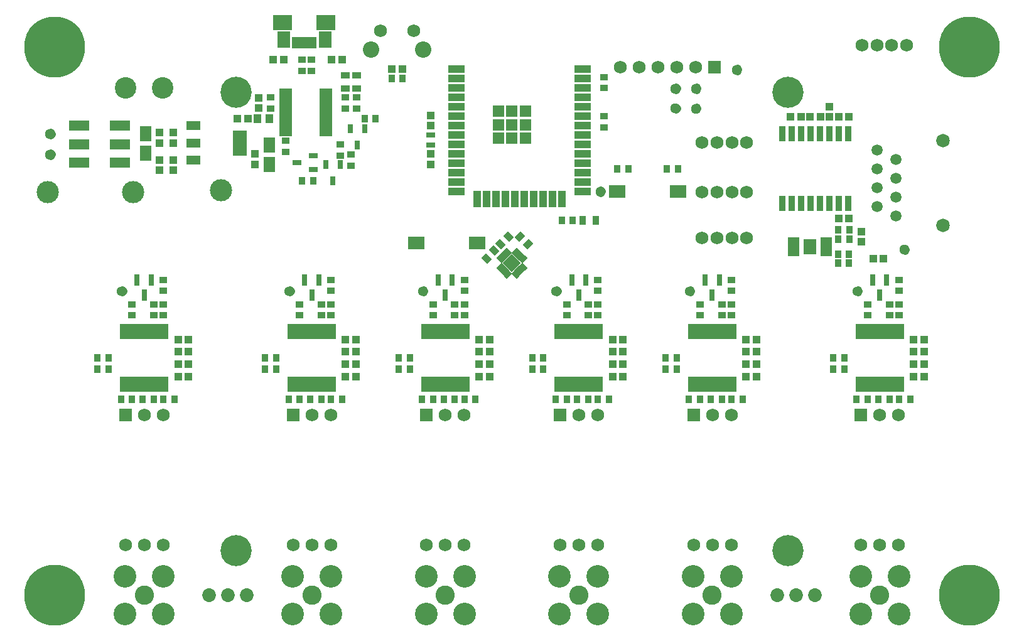
<source format=gts>
G04*
G04 #@! TF.GenerationSoftware,Altium Limited,Altium Designer,19.0.10 (269)*
G04*
G04 Layer_Color=8388736*
%FSLAX25Y25*%
%MOIN*%
G70*
G01*
G75*
%ADD55C,0.03937*%
%ADD56C,0.11800*%
%ADD57R,0.04343X0.03950*%
%ADD58R,0.03950X0.04343*%
%ADD59R,0.03359X0.08477*%
%ADD60R,0.03556X0.04343*%
%ADD61R,0.08674X0.06706*%
%ADD62R,0.06981X0.08202*%
%ADD63R,0.06312X0.01981*%
%ADD64C,0.01981*%
%ADD65R,0.04343X0.03556*%
%ADD66R,0.05131X0.03162*%
%ADD67R,0.05918X0.07887*%
%ADD68R,0.03556X0.04540*%
%ADD69R,0.04540X0.03556*%
%ADD70R,0.04147X0.04737*%
G04:AMPARAMS|DCode=71|XSize=43.43mil|YSize=35.56mil|CornerRadius=0mil|HoleSize=0mil|Usage=FLASHONLY|Rotation=135.000|XOffset=0mil|YOffset=0mil|HoleType=Round|Shape=Rectangle|*
%AMROTATEDRECTD71*
4,1,4,0.02793,-0.00278,0.00278,-0.02793,-0.02793,0.00278,-0.00278,0.02793,0.02793,-0.00278,0.0*
%
%ADD71ROTATEDRECTD71*%

G04:AMPARAMS|DCode=72|XSize=39.5mil|YSize=19.81mil|CornerRadius=0mil|HoleSize=0mil|Usage=FLASHONLY|Rotation=225.000|XOffset=0mil|YOffset=0mil|HoleType=Round|Shape=Rectangle|*
%AMROTATEDRECTD72*
4,1,4,0.00696,0.02097,0.02097,0.00696,-0.00696,-0.02097,-0.02097,-0.00696,0.00696,0.02097,0.0*
%
%ADD72ROTATEDRECTD72*%

G04:AMPARAMS|DCode=73|XSize=39.5mil|YSize=19.81mil|CornerRadius=0mil|HoleSize=0mil|Usage=FLASHONLY|Rotation=315.000|XOffset=0mil|YOffset=0mil|HoleType=Round|Shape=Rectangle|*
%AMROTATEDRECTD73*
4,1,4,-0.02097,0.00696,-0.00696,0.02097,0.02097,-0.00696,0.00696,-0.02097,-0.02097,0.00696,0.0*
%
%ADD73ROTATEDRECTD73*%

%ADD74P,0.09483X4X360.0*%
%ADD75R,0.04934X0.03162*%
%ADD76R,0.03162X0.04934*%
%ADD77R,0.02572X0.06233*%
%ADD78R,0.06607X0.09068*%
%ADD79R,0.10150X0.08280*%
%ADD80R,0.06808X0.02513*%
%ADD81R,0.10642X0.05524*%
%ADD82R,0.08674X0.04343*%
%ADD83R,0.04343X0.08674*%
%ADD84R,0.06036X0.06036*%
%ADD85R,0.03162X0.05918*%
%ADD86R,0.02572X0.07887*%
G04:AMPARAMS|DCode=87|XSize=43.43mil|YSize=35.56mil|CornerRadius=0mil|HoleSize=0mil|Usage=FLASHONLY|Rotation=225.000|XOffset=0mil|YOffset=0mil|HoleType=Round|Shape=Rectangle|*
%AMROTATEDRECTD87*
4,1,4,0.00278,0.02793,0.02793,0.00278,-0.00278,-0.02793,-0.02793,-0.00278,0.00278,0.02793,0.0*
%
%ADD87ROTATEDRECTD87*%

%ADD88R,0.07296X0.04540*%
%ADD89R,0.07296X0.13595*%
%ADD90C,0.06800*%
%ADD91C,0.08674*%
%ADD92C,0.06902*%
%ADD93C,0.05930*%
%ADD94C,0.07198*%
%ADD95C,0.11430*%
%ADD96C,0.07296*%
%ADD97C,0.12020*%
%ADD98C,0.10249*%
%ADD99R,0.06800X0.06800*%
%ADD100C,0.16548*%
%ADD101C,0.32296*%
%ADD102C,0.03162*%
D55*
X209300Y38000D02*
X208747Y38761D01*
X207853Y38470D01*
Y37530D01*
X208747Y37239D01*
X209300Y38000D01*
X-244200Y88500D02*
X-244753Y89261D01*
X-245647Y88970D01*
Y88030D01*
X-244753Y87739D01*
X-244200Y88500D01*
Y99370D02*
X-244753Y100131D01*
X-245647Y99840D01*
Y98900D01*
X-244753Y98609D01*
X-244200Y99370D01*
X120300Y133500D02*
X119747Y134261D01*
X118853Y133970D01*
Y133030D01*
X119747Y132739D01*
X120300Y133500D01*
X98623Y112879D02*
X98070Y113640D01*
X97176Y113349D01*
Y112408D01*
X98070Y112118D01*
X98623Y112879D01*
Y123500D02*
X98070Y124261D01*
X97176Y123970D01*
Y123030D01*
X98070Y122739D01*
X98623Y123500D01*
X87788D02*
X87235Y124261D01*
X86341Y123970D01*
Y123030D01*
X87235Y122739D01*
X87788Y123500D01*
X87800Y113000D02*
X87247Y113761D01*
X86353Y113470D01*
Y112530D01*
X87247Y112239D01*
X87800Y113000D01*
X47870Y68858D02*
X47317Y69619D01*
X46423Y69328D01*
Y68388D01*
X47317Y68097D01*
X47870Y68858D01*
X24469Y15949D02*
X23916Y16710D01*
X23022Y16419D01*
Y15479D01*
X23916Y15188D01*
X24469Y15949D01*
X-46397D02*
X-46950Y16710D01*
X-47844Y16419D01*
Y15479D01*
X-46950Y15188D01*
X-46397Y15949D01*
X95335D02*
X94783Y16710D01*
X93888Y16419D01*
Y15479D01*
X94783Y15188D01*
X95335Y15949D01*
X-117263D02*
X-117816Y16710D01*
X-118710Y16419D01*
Y15479D01*
X-117816Y15188D01*
X-117263Y15949D01*
X-206239D02*
X-206792Y16710D01*
X-207687Y16419D01*
Y15479D01*
X-206792Y15188D01*
X-206239Y15949D01*
X184312D02*
X183759Y16710D01*
X182865Y16419D01*
Y15479D01*
X183759Y15188D01*
X184312Y15949D01*
D56*
X-201000Y68500D02*
D03*
X-154500Y69500D02*
D03*
X-246500Y68500D02*
D03*
D57*
X185500Y47756D02*
D03*
Y42244D02*
D03*
X168500Y108500D02*
D03*
Y114012D02*
D03*
X-43000Y109370D02*
D03*
Y103858D02*
D03*
X-43000Y83346D02*
D03*
Y88858D02*
D03*
X-136500Y88894D02*
D03*
Y83382D02*
D03*
X-134500Y113244D02*
D03*
Y118756D02*
D03*
X-187248Y80177D02*
D03*
Y85689D02*
D03*
X-179915Y80177D02*
D03*
Y85689D02*
D03*
X-179797Y100256D02*
D03*
Y94744D02*
D03*
X-187130Y100256D02*
D03*
Y94744D02*
D03*
D58*
X197256Y33412D02*
D03*
X191744D02*
D03*
X173500Y108500D02*
D03*
X179012D02*
D03*
X163756D02*
D03*
X158244D02*
D03*
X153500D02*
D03*
X147988D02*
D03*
X173468Y54630D02*
D03*
X178979D02*
D03*
X-58268Y133858D02*
D03*
X-63779D02*
D03*
X-140244Y107500D02*
D03*
X-145756D02*
D03*
X-126772Y139000D02*
D03*
X-121260D02*
D03*
X-90244D02*
D03*
X-95756D02*
D03*
X124279Y-9642D02*
D03*
X129791D02*
D03*
X124279Y-16203D02*
D03*
X129791D02*
D03*
X124279Y-22765D02*
D03*
X129791D02*
D03*
X124279Y-29327D02*
D03*
X129791D02*
D03*
X-17453D02*
D03*
X-11941D02*
D03*
X-17453Y-22765D02*
D03*
X-11941D02*
D03*
X-17453Y-16203D02*
D03*
X-11941D02*
D03*
X-17453Y-9642D02*
D03*
X-11941D02*
D03*
X53413D02*
D03*
X58925D02*
D03*
X53413Y-16203D02*
D03*
X58925D02*
D03*
X53413Y-22765D02*
D03*
X58925D02*
D03*
X53413Y-29327D02*
D03*
X58925D02*
D03*
X-88319D02*
D03*
X-82807D02*
D03*
X-88319Y-22765D02*
D03*
X-82807D02*
D03*
X-88319Y-16203D02*
D03*
X-82807D02*
D03*
X-88319Y-9642D02*
D03*
X-82807D02*
D03*
X213256Y-9642D02*
D03*
X218768D02*
D03*
X213256Y-16203D02*
D03*
X218768D02*
D03*
X213256Y-22765D02*
D03*
X218768D02*
D03*
X213256Y-29327D02*
D03*
X218768D02*
D03*
X-177295Y-29327D02*
D03*
X-171783D02*
D03*
X-177295Y-16203D02*
D03*
X-171783D02*
D03*
X-177295Y-22765D02*
D03*
X-171783D02*
D03*
X-177295Y-9642D02*
D03*
X-171783D02*
D03*
D59*
X178500Y99705D02*
D03*
X173500D02*
D03*
X168500D02*
D03*
X163500D02*
D03*
X158500D02*
D03*
X153500D02*
D03*
X148500D02*
D03*
X143500D02*
D03*
Y62500D02*
D03*
X148500D02*
D03*
X153500D02*
D03*
X158500D02*
D03*
X163500D02*
D03*
X168500D02*
D03*
X173500D02*
D03*
X178500D02*
D03*
D60*
X173271Y43640D02*
D03*
X179176D02*
D03*
X173047Y35766D02*
D03*
X178953D02*
D03*
X173271Y48500D02*
D03*
X179176D02*
D03*
X178953Y30796D02*
D03*
X173047D02*
D03*
X-58071Y128858D02*
D03*
X-63976D02*
D03*
X61764Y81000D02*
D03*
X55858D02*
D03*
X88142D02*
D03*
X82236D02*
D03*
X32342Y53500D02*
D03*
X26437D02*
D03*
X-78260Y107500D02*
D03*
X-72354D02*
D03*
X-111406Y74500D02*
D03*
X-105500D02*
D03*
X29035Y-41339D02*
D03*
X23130D02*
D03*
X10717Y-19484D02*
D03*
X16622D02*
D03*
X16622Y-25390D02*
D03*
X10717D02*
D03*
X34618Y-41339D02*
D03*
X40524D02*
D03*
X51524Y-41339D02*
D03*
X45618D02*
D03*
X-60150Y-19484D02*
D03*
X-54244D02*
D03*
X-41831Y-41339D02*
D03*
X-47736D02*
D03*
X-54244Y-25390D02*
D03*
X-60150D02*
D03*
X-19342Y-41339D02*
D03*
X-25248D02*
D03*
X-36248Y-41339D02*
D03*
X-30343D02*
D03*
X-131016Y-19484D02*
D03*
X-125110D02*
D03*
X-125110Y-25390D02*
D03*
X-131016D02*
D03*
X81583Y-19484D02*
D03*
X87488D02*
D03*
X87488Y-25390D02*
D03*
X81583D02*
D03*
X99902Y-41339D02*
D03*
X93996D02*
D03*
X105484Y-41339D02*
D03*
X111390D02*
D03*
X122390Y-41339D02*
D03*
X116484D02*
D03*
X-90209D02*
D03*
X-96114D02*
D03*
X-107114Y-41339D02*
D03*
X-101209D02*
D03*
X-112697Y-41339D02*
D03*
X-118602D02*
D03*
X211366D02*
D03*
X205461D02*
D03*
X170559Y-19484D02*
D03*
X176465D02*
D03*
X176465Y-25390D02*
D03*
X170559D02*
D03*
X188878Y-41339D02*
D03*
X182973D02*
D03*
X194461Y-41339D02*
D03*
X200366D02*
D03*
X-219992Y-19484D02*
D03*
X-214087D02*
D03*
X-214087Y-25390D02*
D03*
X-219992D02*
D03*
X-201673Y-41339D02*
D03*
X-207579D02*
D03*
X-179185D02*
D03*
X-185091D02*
D03*
X-196091Y-41339D02*
D03*
X-190185D02*
D03*
D61*
X-18563Y41677D02*
D03*
X-50846D02*
D03*
X88142Y68858D02*
D03*
X55858D02*
D03*
D62*
X158339Y39703D02*
D03*
D63*
X149677Y35766D02*
D03*
Y37734D02*
D03*
Y39703D02*
D03*
Y41671D02*
D03*
Y43640D02*
D03*
X167000D02*
D03*
Y41671D02*
D03*
Y39703D02*
D03*
Y37734D02*
D03*
Y35766D02*
D03*
D64*
X208500Y36500D02*
D03*
Y39500D02*
D03*
X-245000Y90000D02*
D03*
Y87000D02*
D03*
Y97870D02*
D03*
Y100870D02*
D03*
X119500Y135000D02*
D03*
Y132000D02*
D03*
X97823Y114379D02*
D03*
Y111379D02*
D03*
Y125000D02*
D03*
Y122000D02*
D03*
X86988Y125000D02*
D03*
Y122000D02*
D03*
X87000Y114500D02*
D03*
Y111500D02*
D03*
X45570Y68858D02*
D03*
X48570D02*
D03*
X23669Y14449D02*
D03*
Y17449D02*
D03*
X-47197Y14449D02*
D03*
Y17449D02*
D03*
X94535Y14449D02*
D03*
Y17449D02*
D03*
X-118063Y14449D02*
D03*
Y17449D02*
D03*
X-207039Y14449D02*
D03*
Y17449D02*
D03*
X183512D02*
D03*
Y14449D02*
D03*
D65*
X49000Y108953D02*
D03*
Y103047D02*
D03*
Y123858D02*
D03*
Y129764D02*
D03*
X-82500Y113047D02*
D03*
Y118953D02*
D03*
X-88500Y113000D02*
D03*
Y118905D02*
D03*
X-120177Y95953D02*
D03*
Y90047D02*
D03*
X-85500Y82547D02*
D03*
Y88453D02*
D03*
X-91260Y93953D02*
D03*
Y88047D02*
D03*
X-128000Y118953D02*
D03*
Y113047D02*
D03*
X-111634Y139000D02*
D03*
Y133095D02*
D03*
X-106516Y139000D02*
D03*
Y133095D02*
D03*
X-25197Y22051D02*
D03*
Y16146D02*
D03*
X99902Y3153D02*
D03*
Y9059D02*
D03*
X29035Y3153D02*
D03*
Y9059D02*
D03*
X45669Y22051D02*
D03*
Y16146D02*
D03*
X-96114Y22051D02*
D03*
Y16146D02*
D03*
X40524Y9059D02*
D03*
Y3153D02*
D03*
X45618Y9059D02*
D03*
Y3153D02*
D03*
X-41831Y3153D02*
D03*
Y9059D02*
D03*
X-30343Y9059D02*
D03*
Y3153D02*
D03*
X-25248Y9059D02*
D03*
Y3153D02*
D03*
X-112697Y3153D02*
D03*
Y9059D02*
D03*
X116535Y22051D02*
D03*
Y16146D02*
D03*
X116484Y9059D02*
D03*
Y3153D02*
D03*
X111390Y9059D02*
D03*
Y3153D02*
D03*
X-96114Y9059D02*
D03*
Y3153D02*
D03*
X-101209Y9059D02*
D03*
Y3153D02*
D03*
X205512Y22051D02*
D03*
Y16146D02*
D03*
X205461Y9059D02*
D03*
Y3153D02*
D03*
X200366Y9059D02*
D03*
Y3153D02*
D03*
X188878Y3153D02*
D03*
Y9059D02*
D03*
X-185039Y22051D02*
D03*
Y16146D02*
D03*
X-201673Y3153D02*
D03*
Y9059D02*
D03*
X-185091Y9059D02*
D03*
Y3153D02*
D03*
X-190185Y9059D02*
D03*
Y3153D02*
D03*
D66*
X-43000Y93494D02*
D03*
Y99006D02*
D03*
D67*
X-128850Y83382D02*
D03*
Y93618D02*
D03*
X-194500Y89382D02*
D03*
Y99618D02*
D03*
D68*
X44488Y53500D02*
D03*
X37402D02*
D03*
D69*
X-88500Y130587D02*
D03*
Y123500D02*
D03*
X-82500Y130587D02*
D03*
Y123500D02*
D03*
D70*
X-135150Y107500D02*
D03*
X-128850D02*
D03*
D71*
X-1912Y45088D02*
D03*
X-6088Y40912D02*
D03*
X-13588Y33412D02*
D03*
X-9412Y37588D02*
D03*
D72*
X6073Y32824D02*
D03*
X4681Y34216D02*
D03*
X3289Y35608D02*
D03*
X1897Y37000D02*
D03*
X-6176Y28927D02*
D03*
X-4784Y27535D02*
D03*
X-3392Y26143D02*
D03*
X-2000Y24751D02*
D03*
D73*
Y37000D02*
D03*
X-3392Y35608D02*
D03*
X-4784Y34216D02*
D03*
X-6176Y32824D02*
D03*
X1897Y24751D02*
D03*
X3289Y26143D02*
D03*
X4681Y27535D02*
D03*
X6073Y28927D02*
D03*
D74*
X-51Y30876D02*
D03*
D75*
X-105500Y80520D02*
D03*
Y88000D02*
D03*
X-114161Y84260D02*
D03*
D76*
X-91260Y83161D02*
D03*
X-98740D02*
D03*
X-95000Y74500D02*
D03*
X-78260Y102252D02*
D03*
X-85740D02*
D03*
X-82000Y93590D02*
D03*
D77*
X-105118Y148028D02*
D03*
X-107677D02*
D03*
X-110236D02*
D03*
X-112795D02*
D03*
X-115354D02*
D03*
D78*
X-121260Y149445D02*
D03*
X-99213D02*
D03*
D79*
X-98770Y158500D02*
D03*
X-121703D02*
D03*
D80*
X-98823Y99748D02*
D03*
Y102252D02*
D03*
Y104748D02*
D03*
Y107252D02*
D03*
Y109748D02*
D03*
Y112252D02*
D03*
Y114748D02*
D03*
Y117252D02*
D03*
Y119748D02*
D03*
Y122252D02*
D03*
X-120177D02*
D03*
Y119748D02*
D03*
Y117252D02*
D03*
Y114748D02*
D03*
Y112252D02*
D03*
Y109748D02*
D03*
Y107252D02*
D03*
Y104748D02*
D03*
Y102252D02*
D03*
Y99748D02*
D03*
D81*
X-208173Y103842D02*
D03*
Y94000D02*
D03*
Y84158D02*
D03*
X-229827D02*
D03*
Y94000D02*
D03*
Y103842D02*
D03*
D82*
X-29528Y133858D02*
D03*
Y128858D02*
D03*
Y123858D02*
D03*
Y118858D02*
D03*
Y113858D02*
D03*
Y108858D02*
D03*
Y103858D02*
D03*
Y98858D02*
D03*
Y93858D02*
D03*
Y88858D02*
D03*
Y83858D02*
D03*
Y78858D02*
D03*
Y73858D02*
D03*
Y68858D02*
D03*
X37402D02*
D03*
Y73858D02*
D03*
Y78858D02*
D03*
Y83858D02*
D03*
Y88858D02*
D03*
Y93858D02*
D03*
Y98858D02*
D03*
Y103858D02*
D03*
Y108858D02*
D03*
Y113858D02*
D03*
Y118858D02*
D03*
Y123858D02*
D03*
Y128858D02*
D03*
Y133858D02*
D03*
D83*
X-18563Y64921D02*
D03*
X-13563D02*
D03*
X-8563D02*
D03*
X-3563D02*
D03*
X1437D02*
D03*
X6437D02*
D03*
X11437D02*
D03*
X16437D02*
D03*
X21437D02*
D03*
X26437D02*
D03*
D84*
X-7224Y111555D02*
D03*
X0D02*
D03*
X7224D02*
D03*
X-7224Y104331D02*
D03*
X0D02*
D03*
X7224D02*
D03*
X-7224Y97106D02*
D03*
X0D02*
D03*
X7224D02*
D03*
D85*
X35433Y13783D02*
D03*
X31693Y22051D02*
D03*
X39173D02*
D03*
X-35433Y13783D02*
D03*
X-39173Y22051D02*
D03*
X-31693D02*
D03*
X106299Y13783D02*
D03*
X102559Y22051D02*
D03*
X110039D02*
D03*
X-106299Y13783D02*
D03*
X-110039Y22051D02*
D03*
X-102559D02*
D03*
X-195276Y13783D02*
D03*
X-199016Y22051D02*
D03*
X-191535D02*
D03*
X199016D02*
D03*
X191535D02*
D03*
X195276Y13783D02*
D03*
D86*
X46949Y-5413D02*
D03*
X44390D02*
D03*
X41831D02*
D03*
X39272D02*
D03*
X36713D02*
D03*
X34154D02*
D03*
X31594D02*
D03*
X29035D02*
D03*
X26476D02*
D03*
X23917D02*
D03*
Y-33366D02*
D03*
X26476D02*
D03*
X29035D02*
D03*
X31594D02*
D03*
X34154D02*
D03*
X36713D02*
D03*
X39272D02*
D03*
X41831D02*
D03*
X44390D02*
D03*
X46949D02*
D03*
X-23917Y-5413D02*
D03*
X-26476D02*
D03*
X-29035D02*
D03*
X-31594D02*
D03*
X-34154D02*
D03*
X-36713D02*
D03*
X-39272D02*
D03*
X-41831D02*
D03*
X-44390D02*
D03*
X-46949D02*
D03*
Y-33366D02*
D03*
X-44390D02*
D03*
X-41831D02*
D03*
X-39272D02*
D03*
X-36713D02*
D03*
X-34154D02*
D03*
X-31594D02*
D03*
X-29035D02*
D03*
X-26476D02*
D03*
X-23917D02*
D03*
X117815Y-5413D02*
D03*
X115256D02*
D03*
X112697D02*
D03*
X110138D02*
D03*
X107579D02*
D03*
X105020D02*
D03*
X102461D02*
D03*
X99902D02*
D03*
X97342D02*
D03*
X94784D02*
D03*
Y-33366D02*
D03*
X97342D02*
D03*
X99902D02*
D03*
X102461D02*
D03*
X105020D02*
D03*
X107579D02*
D03*
X110138D02*
D03*
X112697D02*
D03*
X115256D02*
D03*
X117815D02*
D03*
X-94784Y-5413D02*
D03*
X-97342D02*
D03*
X-99902D02*
D03*
X-102461D02*
D03*
X-105020D02*
D03*
X-107579D02*
D03*
X-110138D02*
D03*
X-112697D02*
D03*
X-115256D02*
D03*
X-117815D02*
D03*
Y-33366D02*
D03*
X-115256D02*
D03*
X-112697D02*
D03*
X-110138D02*
D03*
X-107579D02*
D03*
X-105020D02*
D03*
X-102461D02*
D03*
X-99902D02*
D03*
X-97342D02*
D03*
X-94784D02*
D03*
X-183760Y-5413D02*
D03*
X-186319D02*
D03*
X-188878D02*
D03*
X-191437D02*
D03*
X-193996D02*
D03*
X-196555D02*
D03*
X-199114D02*
D03*
X-201673D02*
D03*
X-204232D02*
D03*
X-206791D02*
D03*
Y-33366D02*
D03*
X-204232D02*
D03*
X-201673D02*
D03*
X-199114D02*
D03*
X-196555D02*
D03*
X-193996D02*
D03*
X-191437D02*
D03*
X-188878D02*
D03*
X-186319D02*
D03*
X-183760D02*
D03*
X206791D02*
D03*
X204232D02*
D03*
X201673D02*
D03*
X199114D02*
D03*
X196555D02*
D03*
X193996D02*
D03*
X191437D02*
D03*
X188878D02*
D03*
X186319D02*
D03*
X183760D02*
D03*
Y-5413D02*
D03*
X186319D02*
D03*
X188878D02*
D03*
X191437D02*
D03*
X193996D02*
D03*
X196555D02*
D03*
X199114D02*
D03*
X201673D02*
D03*
X204232D02*
D03*
X206791D02*
D03*
D87*
X8525Y40912D02*
D03*
X4349Y45088D02*
D03*
D88*
X-169158Y103799D02*
D03*
Y94744D02*
D03*
Y85689D02*
D03*
D89*
X-144354Y94744D02*
D03*
D90*
X124578Y95000D02*
D03*
X100956D02*
D03*
X108830D02*
D03*
X116704D02*
D03*
X124578Y68500D02*
D03*
X100956D02*
D03*
X108830D02*
D03*
X116704D02*
D03*
X209488Y146643D02*
D03*
X185866D02*
D03*
X193740D02*
D03*
X201614D02*
D03*
X124578Y44387D02*
D03*
X100956D02*
D03*
X108830D02*
D03*
X116704D02*
D03*
X45496Y-118723D02*
D03*
X35495D02*
D03*
X25495D02*
D03*
X45496Y-49826D02*
D03*
X35495D02*
D03*
X-25371Y-118723D02*
D03*
X-35371D02*
D03*
X-45371D02*
D03*
X-25371Y-49826D02*
D03*
X-35371D02*
D03*
X116424Y-118723D02*
D03*
X106424D02*
D03*
X96424D02*
D03*
X116424Y-49826D02*
D03*
X106424D02*
D03*
X-96174Y-118723D02*
D03*
X-106174D02*
D03*
X-116174D02*
D03*
X-96174Y-49826D02*
D03*
X-106174D02*
D03*
X195276D02*
D03*
X205276D02*
D03*
X185276Y-118723D02*
D03*
X195276D02*
D03*
X205276D02*
D03*
X-195276Y-49826D02*
D03*
X-185276D02*
D03*
X-205276Y-118723D02*
D03*
X-195276D02*
D03*
X-185276D02*
D03*
X57500Y135000D02*
D03*
X67500D02*
D03*
X77500D02*
D03*
X87500D02*
D03*
X97500D02*
D03*
D91*
X-74823Y144331D02*
D03*
X-47224D02*
D03*
D92*
X-69882Y154134D02*
D03*
X-52165D02*
D03*
D93*
X194000Y90780D02*
D03*
X204000Y85780D02*
D03*
X194000Y80779D02*
D03*
X204000Y75779D02*
D03*
X194000Y70780D02*
D03*
X204000Y65780D02*
D03*
X194000Y60780D02*
D03*
X204000Y55779D02*
D03*
D94*
X229000Y95780D02*
D03*
Y50779D02*
D03*
D95*
X-185405Y124016D02*
D03*
X-205090D02*
D03*
D96*
X-140850Y-145374D02*
D03*
X-150850D02*
D03*
X-160850D02*
D03*
X160850D02*
D03*
X150850D02*
D03*
X140850D02*
D03*
D97*
X25295Y-155512D02*
D03*
Y-135236D02*
D03*
X45571D02*
D03*
Y-155512D02*
D03*
X-45571D02*
D03*
Y-135236D02*
D03*
X-25295D02*
D03*
Y-155512D02*
D03*
X96161D02*
D03*
Y-135236D02*
D03*
X116437D02*
D03*
Y-155512D02*
D03*
X-116437D02*
D03*
Y-135236D02*
D03*
X-96161D02*
D03*
Y-155512D02*
D03*
X185138D02*
D03*
Y-135236D02*
D03*
X205413D02*
D03*
Y-155512D02*
D03*
X-205413D02*
D03*
Y-135236D02*
D03*
X-185138D02*
D03*
Y-155512D02*
D03*
D98*
X35433Y-145374D02*
D03*
X-35433D02*
D03*
X106299D02*
D03*
X-106299D02*
D03*
X195276D02*
D03*
X-195276D02*
D03*
D99*
X25495Y-49826D02*
D03*
X-45371D02*
D03*
X96424D02*
D03*
X-116174D02*
D03*
X185276D02*
D03*
X-205276D02*
D03*
X107500Y135000D02*
D03*
D100*
X146555Y-121653D02*
D03*
X-146555D02*
D03*
X146555Y121653D02*
D03*
X-146555D02*
D03*
D101*
X242717Y-145472D02*
D03*
Y145472D02*
D03*
X-242717D02*
D03*
Y-145472D02*
D03*
D102*
X-177295Y-29327D02*
D03*
Y-16203D02*
D03*
Y-9642D02*
D03*
X-88194Y-29327D02*
D03*
Y-16203D02*
D03*
Y-9642D02*
D03*
X-17390Y-29327D02*
D03*
Y-16203D02*
D03*
Y-9642D02*
D03*
X53476Y-29327D02*
D03*
Y-16203D02*
D03*
Y-9642D02*
D03*
X124404Y-29327D02*
D03*
Y-16203D02*
D03*
Y-9642D02*
D03*
X213256D02*
D03*
Y-16203D02*
D03*
Y-29327D02*
D03*
M02*

</source>
